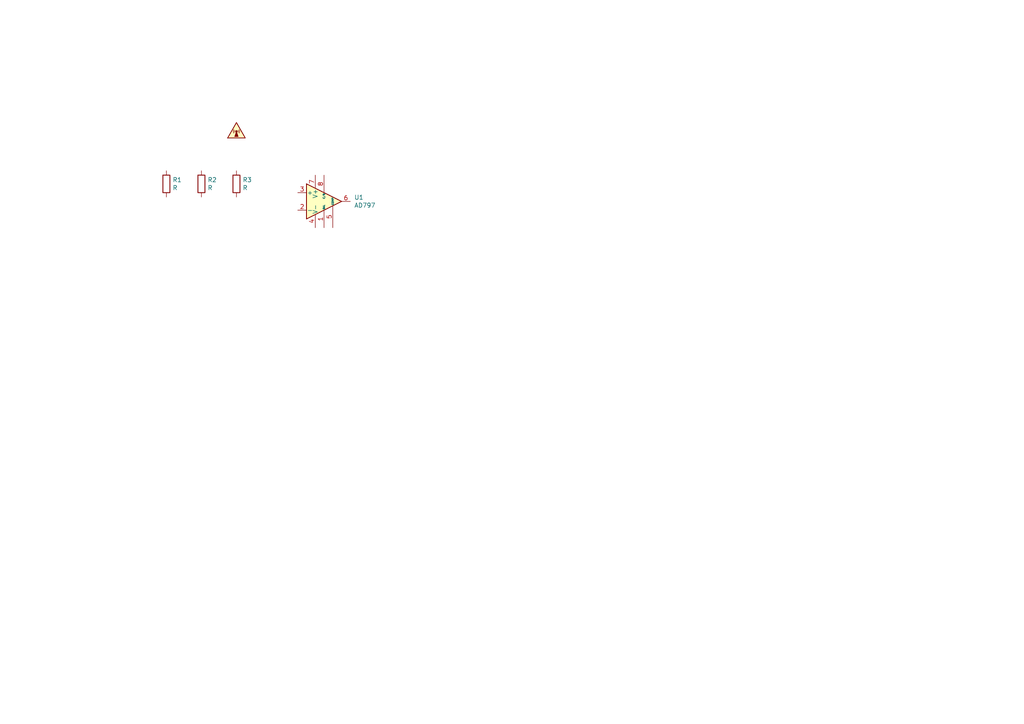
<source format=kicad_sch>
(kicad_sch (version 20211123) (generator eeschema)
  (paper "A4")
  (title_block (title "Test for footprint replace") (rev "1") (company "KiBot") (comment 1 "We try to replace U1"))
  (lib_symbols
    (symbol "Amplifier_Operational:AD797" (pin_names (offset 0.127))
      (property "Reference" "U" (at 1.27 6.35 0))
      (property "Value" "AD797" (at 1.27 3.81 0))
      (symbol "AD797_0_1"
        (polyline (pts (xy -5.08 5.08) (xy 5.08 0) (xy -5.08 -5.08) (xy -5.08 5.08)) (stroke (width 0.254)) (fill (type background)))
      )
      (symbol "AD797_1_1"
        (pin input line (at 0 -7.62 90) (length 5.08) (name "BAL") (number "1"))
        (pin input line (at -7.62 -2.54 0) (length 2.54) (name "-") (number "2"))
        (pin input line (at -7.62 2.54 0) (length 2.54) (name "+") (number "3"))
        (pin power_in line (at -2.54 -7.62 90) (length 3.81) (name "V-") (number "4"))
        (pin input line (at 2.54 -7.62 90) (length 6.35) (name "COMP") (number "5"))
        (pin output line (at 7.62 0 180) (length 2.54) (name "~") (number "6"))
        (pin power_in line (at -2.54 7.62 270) (length 3.81) (name "V+") (number "7"))
        (pin input line (at 0 7.62 270) (length 5.08) (name "C/B") (number "8"))
      )
    )
    (symbol "Device:R" (pin_numbers hide) (pin_names (offset 0))
      (property "Reference" "R" (at 2.032 0 90))
      (property "Value" "R" (at 0 0 90))
      (symbol "R_0_1"
        (rectangle (start -1.016 -2.54) (end 1.016 2.54) (stroke (width 0.254)))
      )
      (symbol "R_1_1"
        (pin passive line (at 0 3.81 270) (length 1.27) (name "~") (number "1"))
        (pin passive line (at 0 -3.81 90) (length 1.27) (name "~") (number "2"))
      )
    )
    (symbol "Graphic:SYM_Radio_Waves_Small" (pin_names (offset 1.016) hide)
      (symbol "SYM_Radio_Waves_Small_0_1"
        (arc (start -0.762 0.508) (mid -0.9158 0) (end -0.762 -0.508))
        (arc (start -0.508 0.254) (mid -0.568 0) (end -0.508 -0.254))
        (polyline (pts (xy -2.54 -1.905) (xy 2.54 -1.905) (xy 0 2.54) (xy -2.54 -1.905)) (stroke (width 0.254)) (fill (type background)))
        (polyline (pts (xy -0.508 -1.524) (xy 0.508 -1.524) (xy 0 0) (xy -0.508 -1.524)) (fill (type outline)))
        (circle (center 0 0) (radius 0.254) (fill (type outline)))
        (arc (start 0.508 -0.254) (mid 0.568 0) (end 0.508 0.254))
        (arc (start 0.762 -0.508) (mid 0.9158 0) (end 0.762 0.508))
      )
    )
  )
  (symbol (lib_id "Device:R") (at 48.26 53.34 0) (unit 1)
    (property "Reference" "R1" (at 50.038 52.1716 0) (effects (justify left)))
    (property "Value" "R" (at 50.038 54.483 0) (effects (justify left)))
    (property "Footprint" "my_lib:R_0805_2012Metric" (effects hide))
  )
  (symbol (lib_id "Amplifier_Operational:AD797") (at 93.98 58.42 0) (unit 1)
    (property "Reference" "U1" (at 102.7176 57.2516 0) (effects (justify left)))
    (property "Value" "AD797" (at 102.7176 59.563 0) (effects (justify left)))
    (property "Footprint" "my_lib:SOIC-8-1EP_3.9x4.9mm_P1.27mm_EP2.29x3mm" (effects hide))
    (property "Datasheet" "https://www.analog.com/media/en/technical-documentation/data-sheets/AD797.pdf" (effects hide))
  )
  (symbol (lib_id "Device:R") (at 58.42 53.34 0) (unit 1)
    (property "Reference" "R2" (at 60.198 52.1716 0) (effects (justify left)))
    (property "Value" "R" (at 60.198 54.483 0) (effects (justify left)))
    (property "Footprint" "my_lib:R_0805_2012Metric" (effects hide))
  )
  (symbol (lib_id "Device:R") (at 68.58 53.34 0) (unit 1)
    (property "Reference" "R3" (at 70.358 52.1716 0) (effects (justify left)))
    (property "Value" "R" (at 70.358 54.483 0) (effects (justify left)))
    (property "Footprint" "my_lib:R_0805_2012Metric" (effects hide))
  )
  (symbol (lib_id "Graphic:SYM_Radio_Waves_Small") (at 68.58 38.1 0) (unit 1)
    (property "Reference" "SYM1" (effects hide))
    (property "Value" "SYM_Radio_Waves_Small" (effects hide))
    (property "Footprint" "my_lib:ESD-Logo_13.2x12mm_SilkScreen" (effects hide))
  )
)
</source>
